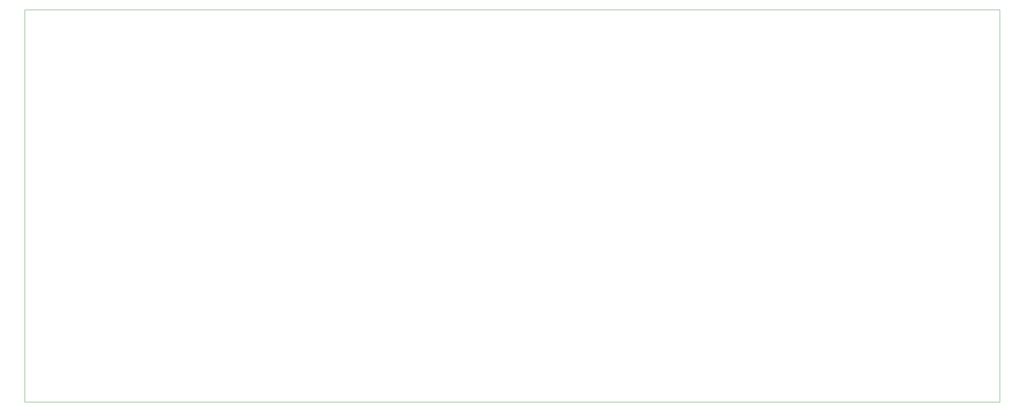
<source format=gbr>
%TF.GenerationSoftware,KiCad,Pcbnew,(5.1.8)-1*%
%TF.CreationDate,2021-07-13T09:26:45+05:30*%
%TF.ProjectId,rfsm,7266736d-2e6b-4696-9361-645f70636258,rev?*%
%TF.SameCoordinates,Original*%
%TF.FileFunction,Profile,NP*%
%FSLAX46Y46*%
G04 Gerber Fmt 4.6, Leading zero omitted, Abs format (unit mm)*
G04 Created by KiCad (PCBNEW (5.1.8)-1) date 2021-07-13 09:26:45*
%MOMM*%
%LPD*%
G01*
G04 APERTURE LIST*
%TA.AperFunction,Profile*%
%ADD10C,0.050000*%
%TD*%
G04 APERTURE END LIST*
D10*
X246380000Y-53340000D02*
X25400000Y-53340000D01*
X246380000Y-142240000D02*
X246380000Y-53340000D01*
X25400000Y-142240000D02*
X246380000Y-142240000D01*
X25400000Y-53340000D02*
X25400000Y-142240000D01*
M02*

</source>
